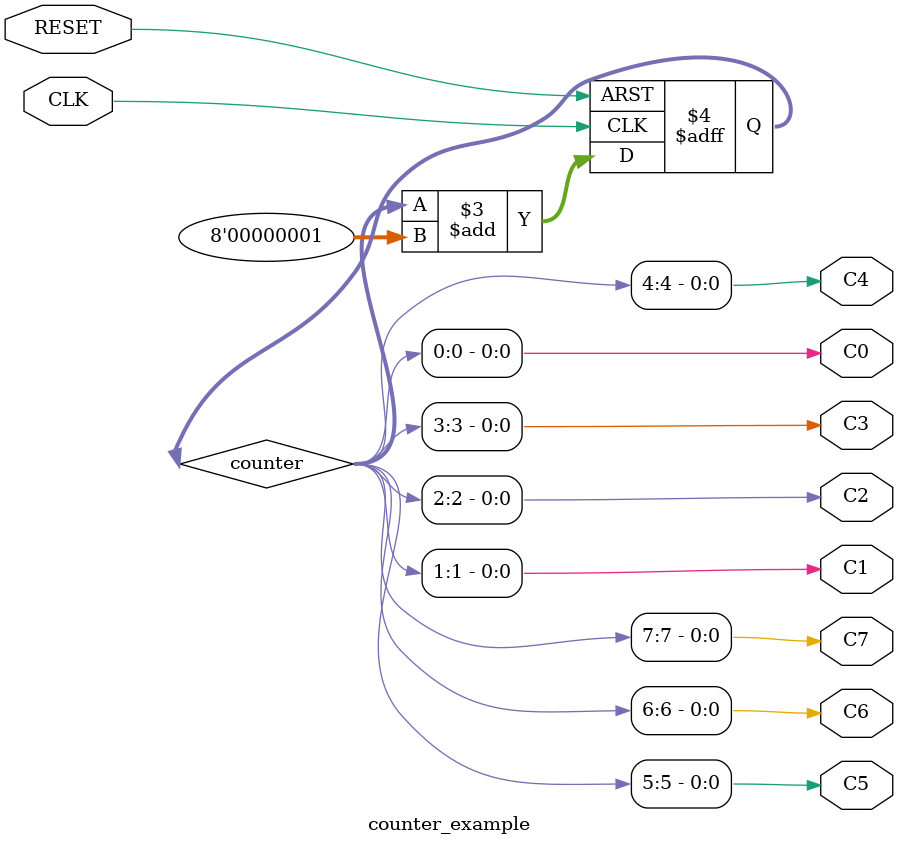
<source format=v>
`default_nettype none
/*
 * TODO
 */

module counter_example (
`ifdef USE_POWER_PINS
    inout vccd1,	// User area 1 1.8V supply
    inout vssd1,	// User area 1 digital ground
`endif

    // Input
    input CLK,
    input RESET,

    // Output
    output C0,
    output C1,
    output C2,
    output C3,
    output C4,
    output C5,
    output C6,
    output C7,
);
    reg [7:0] counter;
    
    always @(posedge CLK, posedge RESET) begin
        if (RESET == 1'b1) begin
            counter <= '0;
        end else begin
            counter <= counter + 8'd1;
        end
    end
    
    assign C0 = counter[0];
    assign C1 = counter[1];
    assign C2 = counter[2];
    assign C3 = counter[3];
    assign C4 = counter[4];
    assign C5 = counter[5];
    assign C6 = counter[6];
    assign C7 = counter[7];

endmodule
`default_nettype wire

</source>
